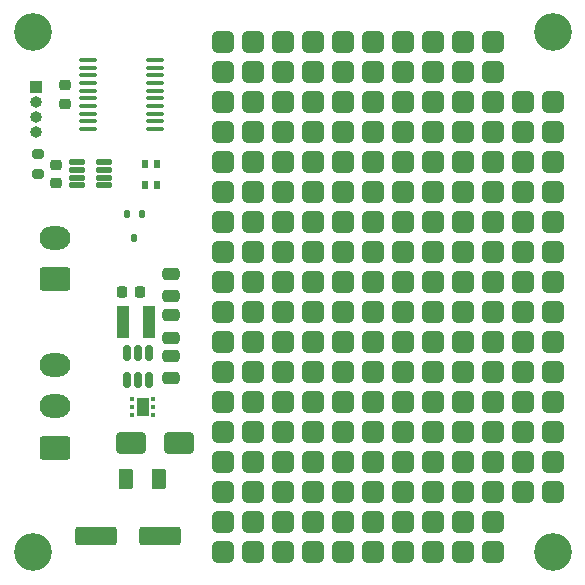
<source format=gbr>
%TF.GenerationSoftware,KiCad,Pcbnew,8.0.3*%
%TF.CreationDate,2024-06-13T00:49:58+02:00*%
%TF.ProjectId,can-proto,63616e2d-7072-46f7-946f-2e6b69636164,1*%
%TF.SameCoordinates,Original*%
%TF.FileFunction,Soldermask,Top*%
%TF.FilePolarity,Negative*%
%FSLAX46Y46*%
G04 Gerber Fmt 4.6, Leading zero omitted, Abs format (unit mm)*
G04 Created by KiCad (PCBNEW 8.0.3) date 2024-06-13 00:49:58*
%MOMM*%
%LPD*%
G01*
G04 APERTURE LIST*
G04 Aperture macros list*
%AMRoundRect*
0 Rectangle with rounded corners*
0 $1 Rounding radius*
0 $2 $3 $4 $5 $6 $7 $8 $9 X,Y pos of 4 corners*
0 Add a 4 corners polygon primitive as box body*
4,1,4,$2,$3,$4,$5,$6,$7,$8,$9,$2,$3,0*
0 Add four circle primitives for the rounded corners*
1,1,$1+$1,$2,$3*
1,1,$1+$1,$4,$5*
1,1,$1+$1,$6,$7*
1,1,$1+$1,$8,$9*
0 Add four rect primitives between the rounded corners*
20,1,$1+$1,$2,$3,$4,$5,0*
20,1,$1+$1,$4,$5,$6,$7,0*
20,1,$1+$1,$6,$7,$8,$9,0*
20,1,$1+$1,$8,$9,$2,$3,0*%
G04 Aperture macros list end*
%ADD10RoundRect,0.360000X-0.540000X-0.540000X0.540000X-0.540000X0.540000X0.540000X-0.540000X0.540000X0*%
%ADD11RoundRect,0.200000X0.275000X-0.200000X0.275000X0.200000X-0.275000X0.200000X-0.275000X-0.200000X0*%
%ADD12C,3.200000*%
%ADD13RoundRect,0.250000X-0.475000X0.250000X-0.475000X-0.250000X0.475000X-0.250000X0.475000X0.250000X0*%
%ADD14RoundRect,0.250000X1.500000X0.550000X-1.500000X0.550000X-1.500000X-0.550000X1.500000X-0.550000X0*%
%ADD15R,0.500000X0.800000*%
%ADD16RoundRect,0.225000X-0.250000X0.225000X-0.250000X-0.225000X0.250000X-0.225000X0.250000X0.225000X0*%
%ADD17RoundRect,0.225000X-0.225000X-0.250000X0.225000X-0.250000X0.225000X0.250000X-0.225000X0.250000X0*%
%ADD18RoundRect,0.250000X1.050000X-0.750000X1.050000X0.750000X-1.050000X0.750000X-1.050000X-0.750000X0*%
%ADD19O,2.600000X2.000000*%
%ADD20RoundRect,0.250000X-0.375000X-0.625000X0.375000X-0.625000X0.375000X0.625000X-0.375000X0.625000X0*%
%ADD21RoundRect,0.250000X0.475000X-0.250000X0.475000X0.250000X-0.475000X0.250000X-0.475000X-0.250000X0*%
%ADD22RoundRect,0.093750X-0.093750X-0.106250X0.093750X-0.106250X0.093750X0.106250X-0.093750X0.106250X0*%
%ADD23R,1.000000X1.600000*%
%ADD24RoundRect,0.150000X0.150000X-0.512500X0.150000X0.512500X-0.150000X0.512500X-0.150000X-0.512500X0*%
%ADD25R,1.000000X1.000000*%
%ADD26O,1.000000X1.000000*%
%ADD27RoundRect,0.100000X0.637500X0.100000X-0.637500X0.100000X-0.637500X-0.100000X0.637500X-0.100000X0*%
%ADD28R,1.000000X2.700000*%
%ADD29RoundRect,0.112500X0.112500X0.237500X-0.112500X0.237500X-0.112500X-0.237500X0.112500X-0.237500X0*%
%ADD30RoundRect,0.125000X-0.537500X-0.125000X0.537500X-0.125000X0.537500X0.125000X-0.537500X0.125000X0*%
%ADD31RoundRect,0.250000X1.000000X0.650000X-1.000000X0.650000X-1.000000X-0.650000X1.000000X-0.650000X0*%
G04 APERTURE END LIST*
D10*
%TO.C,TP28*%
X146840000Y-68900000D03*
%TD*%
%TO.C,TP102*%
X151920000Y-84140000D03*
%TD*%
%TO.C,TP121*%
X139220000Y-89220000D03*
%TD*%
%TO.C,TP113*%
X149380000Y-86680000D03*
%TD*%
%TO.C,TP160*%
X146840000Y-96840000D03*
%TD*%
%TO.C,TP139*%
X154460000Y-91760000D03*
%TD*%
%TO.C,TP166*%
X131600000Y-99380000D03*
%TD*%
%TO.C,TP45*%
X129060000Y-73980000D03*
%TD*%
%TO.C,TP23*%
X134140000Y-68900000D03*
%TD*%
%TO.C,TP193*%
X139220000Y-104460000D03*
%TD*%
%TO.C,TP135*%
X144300000Y-91760000D03*
%TD*%
%TO.C,TP119*%
X134140000Y-89220000D03*
%TD*%
%TO.C,TP131*%
X134140000Y-91760000D03*
%TD*%
%TO.C,TP59*%
X134140000Y-76520000D03*
%TD*%
%TO.C,TP12*%
X131600000Y-66360000D03*
%TD*%
%TO.C,TP3*%
X134140000Y-63820000D03*
%TD*%
%TO.C,TP73*%
X139220000Y-79060000D03*
%TD*%
%TO.C,TP180*%
X136680000Y-101920000D03*
%TD*%
D11*
%TO.C,R1*%
X113450000Y-74975000D03*
X113450000Y-73325000D03*
%TD*%
D10*
%TO.C,TP55*%
X154460000Y-73980000D03*
%TD*%
%TO.C,TP107*%
X134140000Y-86680000D03*
%TD*%
%TO.C,TP6*%
X141760000Y-63820000D03*
%TD*%
%TO.C,TP154*%
X131600000Y-96840000D03*
%TD*%
%TO.C,TP42*%
X151920000Y-71440000D03*
%TD*%
%TO.C,TP4*%
X136680000Y-63820000D03*
%TD*%
%TO.C,TP82*%
X131600000Y-81600000D03*
%TD*%
%TO.C,TP79*%
X154460000Y-79060000D03*
%TD*%
%TO.C,TP10*%
X151920000Y-63820000D03*
%TD*%
%TO.C,TP208*%
X151920000Y-107000000D03*
%TD*%
%TO.C,TP56*%
X157000000Y-73980000D03*
%TD*%
%TO.C,TP182*%
X141760000Y-101920000D03*
%TD*%
%TO.C,TP167*%
X134140000Y-99380000D03*
%TD*%
%TO.C,TP101*%
X149380000Y-84140000D03*
%TD*%
%TO.C,TP36*%
X136680000Y-71440000D03*
%TD*%
%TO.C,TP70*%
X131600000Y-79060000D03*
%TD*%
%TO.C,TP57*%
X129060000Y-76520000D03*
%TD*%
%TO.C,TP48*%
X136680000Y-73980000D03*
%TD*%
%TO.C,TP26*%
X141760000Y-68900000D03*
%TD*%
%TO.C,TP99*%
X144300000Y-84140000D03*
%TD*%
%TO.C,TP72*%
X136680000Y-79060000D03*
%TD*%
%TO.C,TP138*%
X151920000Y-91760000D03*
%TD*%
%TO.C,TP1*%
X129060000Y-63820000D03*
%TD*%
%TO.C,TP69*%
X129060000Y-79060000D03*
%TD*%
%TO.C,TP71*%
X134140000Y-79060000D03*
%TD*%
%TO.C,TP137*%
X149380000Y-91760000D03*
%TD*%
%TO.C,TP123*%
X144300000Y-89220000D03*
%TD*%
%TO.C,TP58*%
X131600000Y-76520000D03*
%TD*%
%TO.C,TP186*%
X151920000Y-101920000D03*
%TD*%
%TO.C,TP130*%
X131600000Y-91760000D03*
%TD*%
%TO.C,TP87*%
X144300000Y-81600000D03*
%TD*%
%TO.C,TP192*%
X136680000Y-104460000D03*
%TD*%
%TO.C,TP37*%
X139220000Y-71440000D03*
%TD*%
%TO.C,TP91*%
X154460000Y-81600000D03*
%TD*%
D12*
%TO.C,H2*%
X157000000Y-63000000D03*
%TD*%
D10*
%TO.C,TP9*%
X149380000Y-63820000D03*
%TD*%
%TO.C,TP32*%
X157000000Y-68900000D03*
%TD*%
%TO.C,TP44*%
X157000000Y-71440000D03*
%TD*%
%TO.C,TP7*%
X144300000Y-63820000D03*
%TD*%
%TO.C,TP142*%
X131600000Y-94300000D03*
%TD*%
%TO.C,TP176*%
X157000000Y-99380000D03*
%TD*%
%TO.C,TP199*%
X129060000Y-107000000D03*
%TD*%
%TO.C,TP153*%
X129060000Y-96840000D03*
%TD*%
%TO.C,TP21*%
X129060000Y-68900000D03*
%TD*%
%TO.C,TP179*%
X134140000Y-101920000D03*
%TD*%
%TO.C,TP183*%
X144300000Y-101920000D03*
%TD*%
%TO.C,TP76*%
X146840000Y-79060000D03*
%TD*%
%TO.C,TP110*%
X141760000Y-86680000D03*
%TD*%
D13*
%TO.C,C6*%
X124700000Y-90350000D03*
X124700000Y-92250000D03*
%TD*%
D10*
%TO.C,TP118*%
X131600000Y-89220000D03*
%TD*%
%TO.C,TP158*%
X141760000Y-96840000D03*
%TD*%
%TO.C,TP207*%
X149380000Y-107000000D03*
%TD*%
%TO.C,TP15*%
X139220000Y-66360000D03*
%TD*%
%TO.C,TP126*%
X151920000Y-89220000D03*
%TD*%
%TO.C,TP155*%
X134140000Y-96840000D03*
%TD*%
%TO.C,TP185*%
X149380000Y-101920000D03*
%TD*%
%TO.C,TP108*%
X136680000Y-86680000D03*
%TD*%
%TO.C,TP189*%
X129060000Y-104460000D03*
%TD*%
%TO.C,TP146*%
X141760000Y-94300000D03*
%TD*%
%TO.C,TP112*%
X146840000Y-86680000D03*
%TD*%
%TO.C,TP116*%
X157000000Y-86680000D03*
%TD*%
%TO.C,TP114*%
X151920000Y-86680000D03*
%TD*%
%TO.C,TP197*%
X149380000Y-104460000D03*
%TD*%
%TO.C,TP2*%
X131600000Y-63820000D03*
%TD*%
D14*
%TO.C,C7*%
X123750000Y-105608000D03*
X118350000Y-105608000D03*
%TD*%
D10*
%TO.C,TP163*%
X154460000Y-96840000D03*
%TD*%
%TO.C,TP191*%
X134140000Y-104460000D03*
%TD*%
%TO.C,TP177*%
X129060000Y-101920000D03*
%TD*%
D15*
%TO.C,RN1*%
X123500000Y-74100000D03*
X122500000Y-74100000D03*
X122500000Y-75900000D03*
X123500000Y-75900000D03*
%TD*%
D10*
%TO.C,TP156*%
X136680000Y-96840000D03*
%TD*%
%TO.C,TP173*%
X149380000Y-99380000D03*
%TD*%
%TO.C,TP14*%
X136680000Y-66360000D03*
%TD*%
%TO.C,TP11*%
X129060000Y-66360000D03*
%TD*%
D16*
%TO.C,C2*%
X115000000Y-74200000D03*
X115000000Y-75750000D03*
%TD*%
D17*
%TO.C,C4*%
X120525000Y-85000000D03*
X122075000Y-85000000D03*
%TD*%
D10*
%TO.C,TP50*%
X141760000Y-73980000D03*
%TD*%
%TO.C,TP96*%
X136680000Y-84140000D03*
%TD*%
%TO.C,TP94*%
X131600000Y-84140000D03*
%TD*%
%TO.C,TP19*%
X149380000Y-66360000D03*
%TD*%
%TO.C,TP98*%
X141760000Y-84140000D03*
%TD*%
%TO.C,TP105*%
X129060000Y-86680000D03*
%TD*%
D12*
%TO.C,H1*%
X113000000Y-63000000D03*
%TD*%
D10*
%TO.C,TP111*%
X144300000Y-86680000D03*
%TD*%
%TO.C,TP143*%
X134140000Y-94300000D03*
%TD*%
%TO.C,TP198*%
X151920000Y-104460000D03*
%TD*%
%TO.C,TP190*%
X131600000Y-104460000D03*
%TD*%
%TO.C,TP145*%
X139220000Y-94300000D03*
%TD*%
%TO.C,TP49*%
X139220000Y-73980000D03*
%TD*%
%TO.C,TP51*%
X144300000Y-73980000D03*
%TD*%
D18*
%TO.C,J3*%
X114900000Y-98150000D03*
D19*
X114900000Y-94650000D03*
X114900000Y-91150000D03*
%TD*%
D10*
%TO.C,TP128*%
X157000000Y-89220000D03*
%TD*%
%TO.C,TP16*%
X141760000Y-66360000D03*
%TD*%
%TO.C,TP133*%
X139220000Y-91760000D03*
%TD*%
%TO.C,TP93*%
X129060000Y-84140000D03*
%TD*%
%TO.C,TP35*%
X134140000Y-71440000D03*
%TD*%
%TO.C,TP106*%
X131600000Y-86680000D03*
%TD*%
%TO.C,TP169*%
X139220000Y-99380000D03*
%TD*%
%TO.C,TP88*%
X146840000Y-81600000D03*
%TD*%
%TO.C,TP41*%
X149380000Y-71440000D03*
%TD*%
%TO.C,TP30*%
X151920000Y-68900000D03*
%TD*%
%TO.C,TP206*%
X146840000Y-107000000D03*
%TD*%
%TO.C,TP201*%
X134140000Y-107000000D03*
%TD*%
%TO.C,TP81*%
X129060000Y-81600000D03*
%TD*%
%TO.C,TP115*%
X154460000Y-86680000D03*
%TD*%
%TO.C,TP5*%
X139220000Y-63820000D03*
%TD*%
%TO.C,TP175*%
X154460000Y-99380000D03*
%TD*%
%TO.C,TP67*%
X154460000Y-76520000D03*
%TD*%
%TO.C,TP151*%
X154460000Y-94300000D03*
%TD*%
%TO.C,TP24*%
X136680000Y-68900000D03*
%TD*%
%TO.C,TP22*%
X131600000Y-68900000D03*
%TD*%
%TO.C,TP178*%
X131600000Y-101920000D03*
%TD*%
%TO.C,TP92*%
X157000000Y-81600000D03*
%TD*%
D20*
%TO.C,F1*%
X120850000Y-100777000D03*
X123650000Y-100777000D03*
%TD*%
D10*
%TO.C,TP132*%
X136680000Y-91760000D03*
%TD*%
%TO.C,TP66*%
X151920000Y-76520000D03*
%TD*%
%TO.C,TP122*%
X141760000Y-89220000D03*
%TD*%
%TO.C,TP140*%
X157000000Y-91760000D03*
%TD*%
%TO.C,TP38*%
X141760000Y-71440000D03*
%TD*%
%TO.C,TP84*%
X136680000Y-81600000D03*
%TD*%
%TO.C,TP85*%
X139220000Y-81600000D03*
%TD*%
%TO.C,TP127*%
X154460000Y-89220000D03*
%TD*%
%TO.C,TP204*%
X141760000Y-107000000D03*
%TD*%
%TO.C,TP195*%
X144300000Y-104460000D03*
%TD*%
%TO.C,TP17*%
X144300000Y-66360000D03*
%TD*%
%TO.C,TP144*%
X136680000Y-94300000D03*
%TD*%
%TO.C,TP149*%
X149380000Y-94300000D03*
%TD*%
%TO.C,TP46*%
X131600000Y-73980000D03*
%TD*%
%TO.C,TP47*%
X134140000Y-73980000D03*
%TD*%
%TO.C,TP150*%
X151920000Y-94300000D03*
%TD*%
%TO.C,TP97*%
X139220000Y-84140000D03*
%TD*%
%TO.C,TP159*%
X144300000Y-96840000D03*
%TD*%
%TO.C,TP74*%
X141760000Y-79060000D03*
%TD*%
%TO.C,TP90*%
X151920000Y-81600000D03*
%TD*%
%TO.C,TP62*%
X141760000Y-76520000D03*
%TD*%
%TO.C,TP78*%
X151920000Y-79060000D03*
%TD*%
%TO.C,TP40*%
X146840000Y-71440000D03*
%TD*%
%TO.C,TP13*%
X134140000Y-66360000D03*
%TD*%
%TO.C,TP18*%
X146840000Y-66360000D03*
%TD*%
D21*
%TO.C,C5*%
X124700000Y-88850000D03*
X124700000Y-86950000D03*
%TD*%
D10*
%TO.C,TP43*%
X154460000Y-71440000D03*
%TD*%
%TO.C,TP29*%
X149380000Y-68900000D03*
%TD*%
D22*
%TO.C,U4*%
X121412500Y-94050000D03*
X121412500Y-94700000D03*
X121412500Y-95350000D03*
X123187500Y-95350000D03*
X123187500Y-94700000D03*
X123187500Y-94050000D03*
D23*
X122300000Y-94700000D03*
%TD*%
D10*
%TO.C,TP95*%
X134140000Y-84140000D03*
%TD*%
%TO.C,TP75*%
X144300000Y-79060000D03*
%TD*%
%TO.C,TP202*%
X136680000Y-107000000D03*
%TD*%
%TO.C,TP27*%
X144300000Y-68900000D03*
%TD*%
%TO.C,TP53*%
X149380000Y-73980000D03*
%TD*%
%TO.C,TP152*%
X157000000Y-94300000D03*
%TD*%
%TO.C,TP161*%
X149380000Y-96840000D03*
%TD*%
%TO.C,TP184*%
X146840000Y-101920000D03*
%TD*%
D24*
%TO.C,U3*%
X120950000Y-92437500D03*
X121900000Y-92437500D03*
X122850000Y-92437500D03*
X122850000Y-90162500D03*
X121900000Y-90162500D03*
X120950000Y-90162500D03*
%TD*%
D10*
%TO.C,TP141*%
X129060000Y-94300000D03*
%TD*%
D21*
%TO.C,C3*%
X124700000Y-85350000D03*
X124700000Y-83450000D03*
%TD*%
D10*
%TO.C,TP147*%
X144300000Y-94300000D03*
%TD*%
D25*
%TO.C,J1*%
X113250000Y-67600000D03*
D26*
X113250000Y-68870000D03*
X113250000Y-70140000D03*
X113250000Y-71410000D03*
%TD*%
D18*
%TO.C,J2*%
X114900000Y-83900000D03*
D19*
X114900000Y-80400000D03*
%TD*%
D10*
%TO.C,TP187*%
X154460000Y-101920000D03*
%TD*%
D27*
%TO.C,U1*%
X123362500Y-71175000D03*
X123362500Y-70525000D03*
X123362500Y-69875000D03*
X123362500Y-69225000D03*
X123362500Y-68575000D03*
X123362500Y-67925000D03*
X123362500Y-67275000D03*
X123362500Y-66625000D03*
X123362500Y-65975000D03*
X123362500Y-65325000D03*
X117637500Y-65325000D03*
X117637500Y-65975000D03*
X117637500Y-66625000D03*
X117637500Y-67275000D03*
X117637500Y-67925000D03*
X117637500Y-68575000D03*
X117637500Y-69225000D03*
X117637500Y-69875000D03*
X117637500Y-70525000D03*
X117637500Y-71175000D03*
%TD*%
D10*
%TO.C,TP196*%
X146840000Y-104460000D03*
%TD*%
%TO.C,TP129*%
X129060000Y-91760000D03*
%TD*%
%TO.C,TP109*%
X139220000Y-86680000D03*
%TD*%
%TO.C,TP120*%
X136680000Y-89220000D03*
%TD*%
D28*
%TO.C,L1*%
X120600000Y-87500000D03*
X122800000Y-87500000D03*
%TD*%
D10*
%TO.C,TP31*%
X154460000Y-68900000D03*
%TD*%
%TO.C,TP77*%
X149380000Y-79060000D03*
%TD*%
D29*
%TO.C,D1*%
X122250000Y-78400000D03*
X120950000Y-78400000D03*
X121600000Y-80400000D03*
%TD*%
D10*
%TO.C,TP20*%
X151920000Y-66360000D03*
%TD*%
%TO.C,TP117*%
X129060000Y-89220000D03*
%TD*%
%TO.C,TP89*%
X149380000Y-81600000D03*
%TD*%
%TO.C,TP33*%
X129060000Y-71440000D03*
%TD*%
%TO.C,TP125*%
X149380000Y-89220000D03*
%TD*%
%TO.C,TP25*%
X139220000Y-68900000D03*
%TD*%
%TO.C,TP205*%
X144300000Y-107000000D03*
%TD*%
%TO.C,TP165*%
X129060000Y-99380000D03*
%TD*%
D12*
%TO.C,H3*%
X113000000Y-107000000D03*
%TD*%
D10*
%TO.C,TP83*%
X134140000Y-81600000D03*
%TD*%
%TO.C,TP64*%
X146840000Y-76520000D03*
%TD*%
%TO.C,TP188*%
X157000000Y-101920000D03*
%TD*%
%TO.C,TP134*%
X141760000Y-91760000D03*
%TD*%
%TO.C,TP34*%
X131600000Y-71440000D03*
%TD*%
D16*
%TO.C,C1*%
X115750000Y-67475000D03*
X115750000Y-69025000D03*
%TD*%
D10*
%TO.C,TP164*%
X157000000Y-96840000D03*
%TD*%
%TO.C,TP100*%
X146840000Y-84140000D03*
%TD*%
%TO.C,TP148*%
X146840000Y-94300000D03*
%TD*%
%TO.C,TP86*%
X141760000Y-81600000D03*
%TD*%
D12*
%TO.C,H4*%
X157000000Y-107000000D03*
%TD*%
D10*
%TO.C,TP162*%
X151920000Y-96840000D03*
%TD*%
%TO.C,TP174*%
X151920000Y-99380000D03*
%TD*%
%TO.C,TP203*%
X139220000Y-107000000D03*
%TD*%
%TO.C,TP65*%
X149380000Y-76520000D03*
%TD*%
%TO.C,TP172*%
X146840000Y-99380000D03*
%TD*%
%TO.C,TP8*%
X146840000Y-63820000D03*
%TD*%
D30*
%TO.C,U2*%
X116725000Y-74000000D03*
X116725000Y-74650000D03*
X116725000Y-75300000D03*
X116725000Y-75950000D03*
X119000000Y-75950000D03*
X119000000Y-75300000D03*
X119000000Y-74650000D03*
X119000000Y-74000000D03*
%TD*%
D10*
%TO.C,TP68*%
X157000000Y-76520000D03*
%TD*%
%TO.C,TP61*%
X139220000Y-76520000D03*
%TD*%
%TO.C,TP103*%
X154460000Y-84140000D03*
%TD*%
%TO.C,TP80*%
X157000000Y-79060000D03*
%TD*%
%TO.C,TP200*%
X131600000Y-107000000D03*
%TD*%
%TO.C,TP60*%
X136680000Y-76520000D03*
%TD*%
%TO.C,TP136*%
X146840000Y-91760000D03*
%TD*%
%TO.C,TP168*%
X136680000Y-99380000D03*
%TD*%
%TO.C,TP194*%
X141760000Y-104460000D03*
%TD*%
%TO.C,TP124*%
X146840000Y-89220000D03*
%TD*%
%TO.C,TP170*%
X141760000Y-99380000D03*
%TD*%
%TO.C,TP157*%
X139220000Y-96840000D03*
%TD*%
%TO.C,TP39*%
X144300000Y-71440000D03*
%TD*%
%TO.C,TP63*%
X144300000Y-76520000D03*
%TD*%
%TO.C,TP104*%
X157000000Y-84140000D03*
%TD*%
D31*
%TO.C,D2*%
X125345000Y-97729000D03*
X121345000Y-97729000D03*
%TD*%
D10*
%TO.C,TP54*%
X151920000Y-73980000D03*
%TD*%
%TO.C,TP52*%
X146840000Y-73980000D03*
%TD*%
%TO.C,TP171*%
X144300000Y-99380000D03*
%TD*%
%TO.C,TP181*%
X139220000Y-101920000D03*
%TD*%
M02*

</source>
